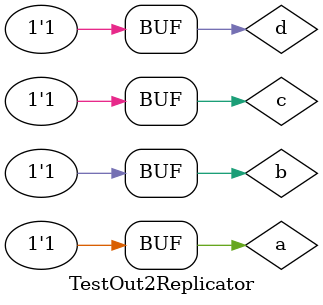
<source format=v>
`timescale 1ns / 1ps


module TestOut2Replicator;

	// Inputs
	reg a;
	reg b;
	reg c;
	reg d;

	// Outputs
	wire out2;

	// Instantiate the Unit Under Test (UUT)
	Replicator uut (
		.a(a), 
		.b(b), 
		.c(c), 
		.d(d), 
		.out2(out2)
	);

	initial begin
		// Initialize Inputs
    a = 0;
    b = 0;
    c = 0;
    d = 0;

    // Wait 50 ns for global reset to finish
    #50;
    a = 0;
    b = 0;
    c = 0;
    d = 1;

    // Wait 50 ns for global reset to finish
    #50;
    a = 0;
    b = 0;
    c = 1;
    d = 0;

    // Wait 50 ns for global reset to finish
    #50;
    a = 0;
    b = 0;
    c = 1;
    d = 1;

    // Wait 50 ns for global reset to finish
    #50;
    a = 0;
    b = 1;
    c = 0;
    d = 0;

    // Wait 50 ns for global reset to finish
    #50;
    a = 0;
    b = 1;
    c = 0;
    d = 1;

    // Wait 50 ns for global reset to finish
    #50;
    a = 0;
    b = 1;
    c = 1;
    d = 0;

    // Wait 50 ns for global reset to finish
    #50;
    a = 0;
    b = 1;
    c = 1;
    d = 1;

    // Wait 50 ns for global reset to finish
    #50;
    a = 1;
    b = 0;
    c = 0;
    d = 0;

    // Wait 50 ns for global reset to finish
    #50;
    a = 1;
    b = 0;
    c = 0;
    d = 1;

    // Wait 50 ns for global reset to finish
    #50;
    a = 1;
    b = 0;
    c = 1;
    d = 0;

    // Wait 50 ns for global reset to finish
    #50;
    a = 1;
    b = 0;
    c = 1;
    d = 1;

    // Wait 50 ns for global reset to finish
    #50;
    a = 1;
    b = 1;
    c = 0;
    d = 0;

    // Wait 50 ns for global reset to finish
    #50;
    a = 1;
    b = 1;
    c = 0;
    d = 1;

    // Wait 50 ns for global reset to finish
    #50;
    a = 1;
    b = 1;
    c = 1;
    d = 0;

    // Wait 50 ns for global reset to finish
    #50;
    a = 1;
    b = 1;
    c = 1;
    d = 1;

    // Wait 50 ns for global reset to finish
    #50;
		// Add stimulus here

	end
      
endmodule


</source>
